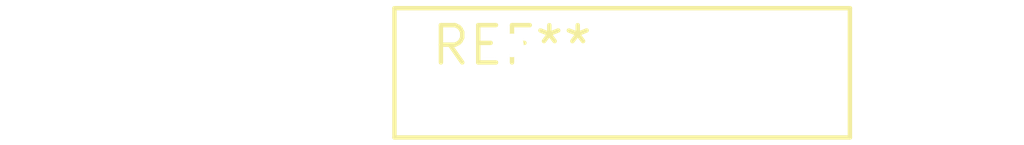
<source format=kicad_pcb>
(kicad_pcb (version 20240108) (generator pcbnew)
  (layers (0 "F.Cu" signal) (31 "B.Cu" signal) (34 "B.Paste" user) (35 "F.Paste" user) (36 "B.SilkS" user "B.Silkscreen") (37 "F.SilkS" user "F.Silkscreen") (38 "B.Mask" user) (39 "F.Mask" user) (44 "Edge.Cuts" user))
  (net 0 "")
  (footprint "RV_Disc_D15.5mm_W4.4mm_P7.5mm" (layer "F.Cu") (at 0 0)
    (property "Reference" "REF**")
    (property "Value" "RV_Disc_D15.5mm_W4.4mm_P7.5mm")
    (fp_line (start -4 -1.26667) (end -4 3.13333) (layer "F.SilkS") (stroke (width 0.15)))
    (fp_line (start -4 -1.26667) (end 11.5 -1.26667) (layer "F.SilkS") (stroke (width 0.15)))
    (fp_line (start -4 3.13333) (end 11.5 3.13333) (layer "F.SilkS") (stroke (width 0.15)))
    (fp_line (start 11.5 -1.26667) (end 11.5 3.13333) (layer "F.SilkS") (stroke (width 0.15)))
    (pad "1" thru_hole circle (at 0 0) (size 1.8 1.8) (drill 0.8) (layers *.Cu *.Mask) (remove_unused_layers))
    (pad "2" thru_hole circle (at 7.5 1.86667) (size 1.8 1.8) (drill 0.8) (layers *.Cu *.Mask) (remove_unused_layers))
  )
)
</source>
